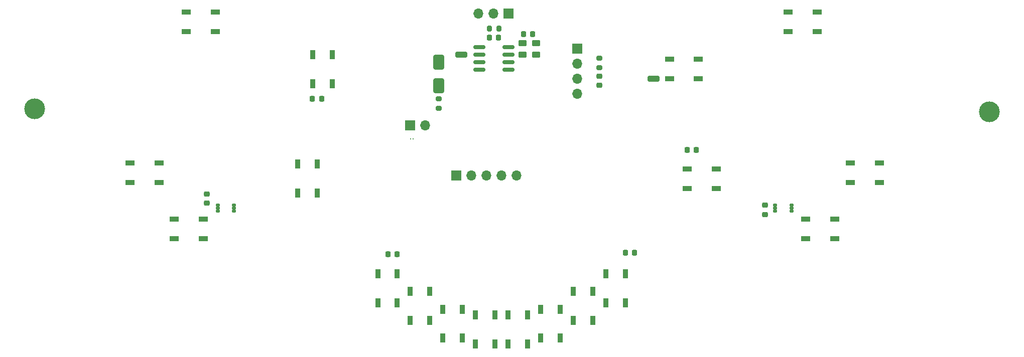
<source format=gbr>
%TF.GenerationSoftware,KiCad,Pcbnew,9.0.1*%
%TF.CreationDate,2025-05-06T09:33:07+02:00*%
%TF.ProjectId,hoofd nieuw V2,686f6f66-6420-46e6-9965-75772056322e,rev?*%
%TF.SameCoordinates,Original*%
%TF.FileFunction,Soldermask,Top*%
%TF.FilePolarity,Negative*%
%FSLAX46Y46*%
G04 Gerber Fmt 4.6, Leading zero omitted, Abs format (unit mm)*
G04 Created by KiCad (PCBNEW 9.0.1) date 2025-05-06 09:33:07*
%MOMM*%
%LPD*%
G01*
G04 APERTURE LIST*
G04 Aperture macros list*
%AMRoundRect*
0 Rectangle with rounded corners*
0 $1 Rounding radius*
0 $2 $3 $4 $5 $6 $7 $8 $9 X,Y pos of 4 corners*
0 Add a 4 corners polygon primitive as box body*
4,1,4,$2,$3,$4,$5,$6,$7,$8,$9,$2,$3,0*
0 Add four circle primitives for the rounded corners*
1,1,$1+$1,$2,$3*
1,1,$1+$1,$4,$5*
1,1,$1+$1,$6,$7*
1,1,$1+$1,$8,$9*
0 Add four rect primitives between the rounded corners*
20,1,$1+$1,$2,$3,$4,$5,0*
20,1,$1+$1,$4,$5,$6,$7,0*
20,1,$1+$1,$6,$7,$8,$9,0*
20,1,$1+$1,$8,$9,$2,$3,0*%
G04 Aperture macros list end*
%ADD10RoundRect,0.090000X0.360000X-0.660000X0.360000X0.660000X-0.360000X0.660000X-0.360000X-0.660000X0*%
%ADD11R,0.200000X0.280000*%
%ADD12RoundRect,0.225000X0.225000X0.250000X-0.225000X0.250000X-0.225000X-0.250000X0.225000X-0.250000X0*%
%ADD13RoundRect,0.225000X-0.225000X-0.250000X0.225000X-0.250000X0.225000X0.250000X-0.225000X0.250000X0*%
%ADD14R,1.700000X1.700000*%
%ADD15O,1.700000X1.700000*%
%ADD16RoundRect,0.225000X-0.250000X0.225000X-0.250000X-0.225000X0.250000X-0.225000X0.250000X0.225000X0*%
%ADD17RoundRect,0.090000X-0.660000X-0.360000X0.660000X-0.360000X0.660000X0.360000X-0.660000X0.360000X0*%
%ADD18RoundRect,0.090000X0.660000X0.360000X-0.660000X0.360000X-0.660000X-0.360000X0.660000X-0.360000X0*%
%ADD19RoundRect,0.102000X-0.275000X-0.125000X0.275000X-0.125000X0.275000X0.125000X-0.275000X0.125000X0*%
%ADD20RoundRect,0.165000X0.485000X0.385000X-0.485000X0.385000X-0.485000X-0.385000X0.485000X-0.385000X0*%
%ADD21RoundRect,0.090000X-0.360000X0.660000X-0.360000X-0.660000X0.360000X-0.660000X0.360000X0.660000X0*%
%ADD22C,3.500000*%
%ADD23RoundRect,0.150000X-0.825000X-0.150000X0.825000X-0.150000X0.825000X0.150000X-0.825000X0.150000X0*%
%ADD24RoundRect,0.250000X0.750000X-0.250000X0.750000X0.250000X-0.750000X0.250000X-0.750000X-0.250000X0*%
%ADD25RoundRect,0.200000X-0.275000X0.200000X-0.275000X-0.200000X0.275000X-0.200000X0.275000X0.200000X0*%
%ADD26RoundRect,0.250000X-0.650000X1.000000X-0.650000X-1.000000X0.650000X-1.000000X0.650000X1.000000X0*%
%ADD27RoundRect,0.200000X-0.200000X-0.275000X0.200000X-0.275000X0.200000X0.275000X-0.200000X0.275000X0*%
%ADD28RoundRect,0.200000X0.275000X-0.200000X0.275000X0.200000X-0.275000X0.200000X-0.275000X-0.200000X0*%
G04 APERTURE END LIST*
D10*
%TO.C,D5*%
X96600000Y-63450000D03*
X99900000Y-63450000D03*
X99900000Y-58550000D03*
X96600000Y-58550000D03*
%TD*%
D11*
%TO.C,D6*%
X116075000Y-54275000D03*
X115675000Y-54275000D03*
%TD*%
D12*
%TO.C,C2*%
X136225000Y-36650000D03*
X134675000Y-36650000D03*
%TD*%
D13*
%TO.C,C1*%
X128950000Y-37200000D03*
X130500000Y-37200000D03*
%TD*%
D14*
%TO.C,J4*%
X132150000Y-33150000D03*
D15*
X129610000Y-33150000D03*
X127070000Y-33150000D03*
%TD*%
D10*
%TO.C,D13*%
X143100000Y-84950000D03*
X146400000Y-84950000D03*
X146400000Y-80050000D03*
X143100000Y-80050000D03*
%TD*%
D14*
%TO.C,J3*%
X123310000Y-60450000D03*
D15*
X125850000Y-60450000D03*
X128390000Y-60450000D03*
X130930000Y-60450000D03*
X133470000Y-60450000D03*
%TD*%
D16*
%TO.C,C8*%
X175425000Y-65500000D03*
X175425000Y-67050000D03*
%TD*%
D12*
%TO.C,C5*%
X100625000Y-47500000D03*
X99075000Y-47500000D03*
%TD*%
D13*
%TO.C,C4*%
X111835000Y-73810000D03*
X113385000Y-73810000D03*
%TD*%
D10*
%TO.C,D8*%
X115600000Y-84950000D03*
X118900000Y-84950000D03*
X118900000Y-80050000D03*
X115600000Y-80050000D03*
%TD*%
D17*
%TO.C,D19*%
X159300000Y-40850000D03*
X159300000Y-44150000D03*
X164200000Y-44150000D03*
X164200000Y-40850000D03*
%TD*%
D10*
%TO.C,D9*%
X121100000Y-87950000D03*
X124400000Y-87950000D03*
X124400000Y-83050000D03*
X121100000Y-83050000D03*
%TD*%
D16*
%TO.C,C6*%
X147500000Y-43725000D03*
X147500000Y-45275000D03*
%TD*%
D17*
%TO.C,D18*%
X179300000Y-32850000D03*
X179300000Y-36150000D03*
X184200000Y-36150000D03*
X184200000Y-32850000D03*
%TD*%
D12*
%TO.C,C9*%
X153445000Y-73510000D03*
X151895000Y-73510000D03*
%TD*%
D18*
%TO.C,D15*%
X167200000Y-62650000D03*
X167200000Y-59350000D03*
X162300000Y-59350000D03*
X162300000Y-62650000D03*
%TD*%
D10*
%TO.C,D11*%
X132100000Y-88950000D03*
X135400000Y-88950000D03*
X135400000Y-84050000D03*
X132100000Y-84050000D03*
%TD*%
%TO.C,D7*%
X110100000Y-81950000D03*
X113400000Y-81950000D03*
X113400000Y-77050000D03*
X110100000Y-77050000D03*
%TD*%
D19*
%TO.C,U3*%
X177125000Y-65500000D03*
X177125000Y-66000000D03*
X177125000Y-66500000D03*
X179875000Y-66500000D03*
X179875000Y-66000000D03*
X179875000Y-65500000D03*
%TD*%
D14*
%TO.C,J2*%
X115525000Y-52000000D03*
D15*
X118065000Y-52000000D03*
%TD*%
D10*
%TO.C,D10*%
X126600000Y-88950000D03*
X129900000Y-88950000D03*
X129900000Y-84050000D03*
X126600000Y-84050000D03*
%TD*%
D20*
%TO.C,Y1*%
X136850000Y-38150000D03*
X134550000Y-38150000D03*
X134550000Y-40050000D03*
X136850000Y-40050000D03*
%TD*%
D18*
%TO.C,D16*%
X187200000Y-71150000D03*
X187200000Y-67850000D03*
X182300000Y-67850000D03*
X182300000Y-71150000D03*
%TD*%
D21*
%TO.C,D1*%
X102400000Y-40050000D03*
X99100000Y-40050000D03*
X99100000Y-44950000D03*
X102400000Y-44950000D03*
%TD*%
D22*
%TO.C,H1*%
X52250000Y-49250000D03*
%TD*%
D18*
%TO.C,D17*%
X194700000Y-61650000D03*
X194700000Y-58350000D03*
X189800000Y-58350000D03*
X189800000Y-61650000D03*
%TD*%
D22*
%TO.C,H2*%
X213260000Y-49750000D03*
%TD*%
D14*
%TO.C,J1*%
X143750000Y-39060000D03*
D15*
X143750000Y-41600000D03*
X143750000Y-44140000D03*
X143750000Y-46680000D03*
%TD*%
D18*
%TO.C,D4*%
X80700000Y-71150000D03*
X80700000Y-67850000D03*
X75800000Y-67850000D03*
X75800000Y-71150000D03*
%TD*%
D23*
%TO.C,U1*%
X127225000Y-38775000D03*
X127225000Y-40045000D03*
X127225000Y-41315000D03*
X127225000Y-42585000D03*
X132175000Y-42585000D03*
X132175000Y-41315000D03*
X132175000Y-40045000D03*
X132175000Y-38775000D03*
%TD*%
D24*
%TO.C,J6*%
X124170000Y-40040000D03*
%TD*%
D25*
%TO.C,R1*%
X147500000Y-40675000D03*
X147500000Y-42325000D03*
%TD*%
D24*
%TO.C,J5*%
X156610000Y-44140000D03*
%TD*%
D26*
%TO.C,D21*%
X120390000Y-41330000D03*
X120390000Y-45330000D03*
%TD*%
D10*
%TO.C,D14*%
X148600000Y-81950000D03*
X151900000Y-81950000D03*
X151900000Y-77050000D03*
X148600000Y-77050000D03*
%TD*%
D27*
%TO.C,R3*%
X128900000Y-35675000D03*
X130550000Y-35675000D03*
%TD*%
D17*
%TO.C,D3*%
X68300000Y-58350000D03*
X68300000Y-61650000D03*
X73200000Y-61650000D03*
X73200000Y-58350000D03*
%TD*%
D12*
%TO.C,C3*%
X163855000Y-56200000D03*
X162305000Y-56200000D03*
%TD*%
D10*
%TO.C,D12*%
X137600000Y-87950000D03*
X140900000Y-87950000D03*
X140900000Y-83050000D03*
X137600000Y-83050000D03*
%TD*%
D16*
%TO.C,C7*%
X81300000Y-63625000D03*
X81300000Y-65175000D03*
%TD*%
D28*
%TO.C,R2*%
X120390000Y-49155000D03*
X120390000Y-47505000D03*
%TD*%
D17*
%TO.C,D2*%
X77800000Y-32850000D03*
X77800000Y-36150000D03*
X82700000Y-36150000D03*
X82700000Y-32850000D03*
%TD*%
D19*
%TO.C,U2*%
X83125000Y-65500000D03*
X83125000Y-66000000D03*
X83125000Y-66500000D03*
X85875000Y-66500000D03*
X85875000Y-66000000D03*
X85875000Y-65500000D03*
%TD*%
M02*

</source>
